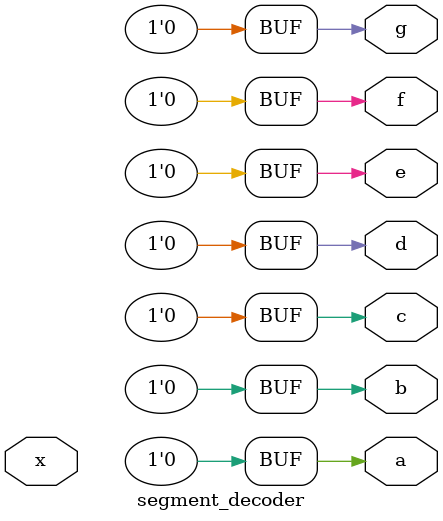
<source format=v>

module segment_decoder(x, a,b,c,d,e,f,g);
	input [3:0] x;				//4-bit number
	output a,b,c,d,e,f,g;			//driver for each LED segment

	///////////////////////////////////////
	// YOUR CODE GOES HERE
	// REMOVE THE NEXT LINE WHEN YOU ADD
	// YOUR OWN CODE
	///////////////////////////////////////

	assign {a,b,c,d,e,f,g} = 7'd0;

	///////////////////////////////////////
	
endmodule

</source>
